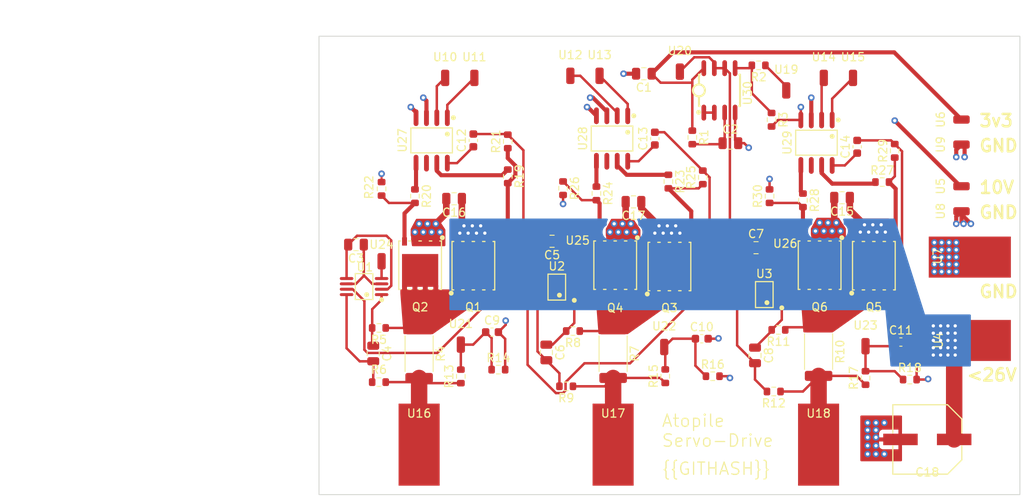
<source format=kicad_pcb>
(kicad_pcb (version 20221018) (generator pcbnew)
  (layers (0 "F.Cu" signal) (1 "In1.Cu" signal) (2 "In2.Cu" signal) (31 "B.Cu" signal) (34 "B.Paste" user) (35 "F.Paste" user) (36 "B.SilkS" user "B.Silkscreen") (37 "F.SilkS" user "F.Silkscreen") (38 "B.Mask" user) (39 "F.Mask" user) (44 "Edge.Cuts" user))
  (net 0 "")
  (net 1 "22")
  (net 2 "16")
  (net 3 "21")
  (net 4 "20")
  (net 5 "79")
  (net 6 "5")
  (net 7 "4")
  (net 8 "11")
  (net 9 "10")
  (net 10 "3")
  (net 11 "67")
  (net 12 "64")
  (net 13 "9")
  (net 14 "8")
  (net 15 "50")
  (net 16 "48")
  (net 17 "7")
  (net 18 "6")
  (net 19 "30")
  (net 20 "69")
  (net 21 "52")
  (net 22 "2")
  (net 23 "65")
  (net 24 "47")
  (net 25 "33")
  (net 26 "35")
  (net 27 "31")
  (net 28 "14")
  (net 29 "13")
  (net 30 "12")
  (net 31 "19")
  (net 32 "18")
  (net 33 "17")
  (net 34 "15")
  (net 35 "114")
  (net 36 "111")
  (net 37 "110")
  (net 38 "115")
  (net 39 "92")
  (net 40 "89")
  (net 41 "88")
  (net 42 "93")
  (net 43 "103")
  (net 44 "100")
  (net 45 "99")
  (net 46 "104")
  (net 47 "78")
  (net 48 "77")
  (net 49 "62")
  (net 50 "63")
  (net 51 "45")
  (net 52 "46")
  (net 53 "28")
  (net 54 "29")
  (net 55 "59")
  (net 56 "42")
  (net 57 "25")
  (footprint "Resistor_SMD:R_0603_1608Metric" (layer "F.Cu") (at 132.588 66.993 90)
    (fp_text reference "R25")
    (fp_text value "10kOhm")
  )
  (footprint "Resistor_SMD:R_0603_1608Metric" (layer "F.Cu") (at 140.716 69.279 90)
    (fp_text reference "R30")
    (fp_text value "10kOhm")
  )
  (footprint "Connector_Wire:SolderWirePad_1x01_SMD_5x10mm" (layer "F.Cu") (at 146.685 99.568)
    (fp_text reference "U18")
    (fp_text value "")
  )
  (footprint "Resistor_SMD:R_0603_1608Metric" (layer "F.Cu") (at 115.57 68.311 -90)
    (fp_text reference "R26")
    (fp_text value "10kOhm")
  )
  (footprint "Capacitor_SMD:C_0603_1608Metric" (layer "F.Cu") (at 126.746 62.265 90)
    (fp_text reference "C13")
    (fp_text value "0.1uF")
  )
  (footprint "lib:SOIC-8_L4.9-W3.9-P1.27-LS6.0-BL" (layer "F.Cu") (at 146.426 62.762 180)
    (fp_text reference "U29")
    (fp_text value "")
  )
  (footprint "Resistor_SMD:R_0603_1608Metric" (layer "F.Cu") (at 140.96 59.965 -90)
    (fp_text reference "R3")
    (fp_text value "10kOhm")
  )
  (footprint "Capacitor_SMD:C_0603_1608Metric" (layer "F.Cu") (at 132.462 86.654)
    (fp_text reference "C10")
    (fp_text value "2nF")
  )
  (footprint "Resistor_SMD:R_0603_1608Metric" (layer "F.Cu") (at 93.149 85.344 180)
    (fp_text reference "R5")
    (fp_text value "10ohm")
  )
  (footprint "Resistor_SMD:R_0603_1608Metric" (layer "F.Cu") (at 128.016 91.226 90)
    (fp_text reference "R15")
    (fp_text value "10kOhm")
  )
  (footprint "lib:SOIC-8_L5.0-W4.0-P1.27-LS6.0-BL" (layer "F.Cu") (at 134.62 56.388)
    (fp_text reference "U30")
    (fp_text value "")
  )
  (footprint "Connector_Wire:SolderWirePad_1x01_SMD_1x2mm" (layer "F.Cu") (at 142.748 56.388)
    (fp_text reference "U19")
    (fp_text value "")
  )
  (footprint "Connector_Wire:SolderWirePad_1x01_SMD_5x10mm" (layer "F.Cu") (at 165.1 76.708 90)
    (fp_text reference "U7")
    (fp_text value "")
  )
  (footprint "Resistor_SMD:R_0603_1608Metric" (layer "F.Cu") (at 144.78 69.787 -90)
    (fp_text reference "R28")
    (fp_text value "25ohm")
  )
  (footprint "Resistor_SMD:R_0603_1608Metric" (layer "F.Cu") (at 108.839 62.611 90)
    (fp_text reference "R21")
    (fp_text value "10kOhm")
  )
  (footprint "Resistor_SMD:R_0603_1608Metric" (layer "F.Cu") (at 93.149 91.948 180)
    (fp_text reference "R6")
    (fp_text value "10ohm")
  )
  (footprint "Resistor_SMD:R_0603_1608Metric" (layer "F.Cu") (at 119.634 68.945 -90)
    (fp_text reference "R24")
    (fp_text value "25ohm")
  )
  (footprint "Connector_Wire:SolderWirePad_1x01_SMD_5x10mm" (layer "F.Cu") (at 98.044 99.568)
    (fp_text reference "U16")
    (fp_text value "")
  )
  (footprint "Capacitor_SMD:C_0805_2012Metric" (layer "F.Cu") (at 113.538 88.331 -90)
    (fp_text reference "C6")
    (fp_text value "1uF")
  )
  (footprint "Resistor_SMD:R_0603_1608Metric" (layer "F.Cu") (at 128.397 67.501 -90)
    (fp_text reference "R23")
    (fp_text value "25ohm")
  )
  (footprint "lib:VSSOP-8_L3.0-W3.0-P0.65-LS5.0-BL" (layer "F.Cu") (at 140.076 81.28 90)
    (fp_text reference "U3")
    (fp_text value "")
  )
  (footprint "Resistor_SMD:R_0603_1608Metric" (layer "F.Cu") (at 157.797 91.632)
    (fp_text reference "R18")
    (fp_text value "1kOhm")
  )
  (footprint "lib:VSSOP-8_L3.0-W3.0-P0.65-LS5.0-BL" (layer "F.Cu") (at 114.808 80.366 90)
    (fp_text reference "U2")
    (fp_text value "")
  )
  (footprint "Capacitor_SMD:C_0805_2012Metric" (layer "F.Cu") (at 102.301 69.596 180)
    (fp_text reference "C16")
    (fp_text value "4.7uF")
  )
  (footprint "lib:SOIC-8_L4.9-W3.9-P1.27-LS6.0-BL" (layer "F.Cu") (at 121.534 62.254 180)
    (fp_text reference "U28")
    (fp_text value "")
  )
  (footprint "Resistor_SMD:R_0603_1608Metric" (layer "F.Cu") (at 97.536 69.279 -90)
    (fp_text reference "R20")
    (fp_text value "25ohm")
  )
  (footprint "Connector_Wire:SolderWirePad_1x01_SMD_1x2mm" (layer "F.Cu") (at 103.124 87.376)
    (fp_text reference "U21")
    (fp_text value "")
  )
  (footprint "lib:DFN-8_L5.9-W5.2-P1.27-LS6.2-BL" (layer "F.Cu") (at 104.648 77.724)
    (fp_text reference "Q1")
    (fp_text value "")
  )
  (footprint "Connector_Wire:SolderWirePad_1x01_SMD_1x2mm" (layer "F.Cu") (at 142.626 77.596)
    (fp_text reference "U26")
    (fp_text value "")
  )
  (footprint "Resistor_SMD:R_0603_1608Metric" (layer "F.Cu") (at 154.432 67.564)
    (fp_text reference "R27")
    (fp_text value "25ohm")
  )
  (footprint "Connector_Wire:SolderWirePad_1x01_SMD_1x2mm" (layer "F.Cu") (at 117.348 77.216)
    (fp_text reference "U25")
    (fp_text value "")
  )
  (footprint "lib:DFN-8_L5.9-W5.2-P1.27-LS6.2-BL" (layer "F.Cu") (at 98.166 77.724 180)
    (fp_text reference "Q2")
    (fp_text value "")
  )
  (footprint "Resistor_SMD:R_2512_6332Metric" (layer "F.Cu") (at 121.667 88.4775 -90)
    (fp_text reference "R7")
    (fp_text value "1mOhm")
  )
  (footprint "Capacitor_SMD:C_0603_1608Metric" (layer "F.Cu") (at 104.648 62.484 90)
    (fp_text reference "C12")
    (fp_text value "0.1uF")
  )
  (footprint "lib:CAP-SMD_BD8.0-L8.3-W8.3-FD" (layer "F.Cu") (at 159.925 98.933 180)
    (fp_text reference "C18")
    (fp_text value "100uF")
  )
  (footprint "Connector_Wire:SolderWirePad_1x01_SMD_1x2mm" (layer "F.Cu") (at 101.214 54.864)
    (fp_text reference "U10")
    (fp_text value "")
  )
  (footprint "Resistor_SMD:R_0603_1608Metric" (layer "F.Cu") (at 115.951 92.456 180)
    (fp_text reference "R9")
    (fp_text value "10ohm")
  )
  (footprint "Resistor_SMD:R_0603_1608Metric" (layer "F.Cu") (at 93.472 68.389 90)
    (fp_text reference "R22")
    (fp_text value "10kOhm")
  )
  (footprint "Connector_Wire:SolderWirePad_1x01_SMD_1x2mm" (layer "F.Cu") (at 147.32 54.864)
    (fp_text reference "U14")
    (fp_text value "")
  )
  (footprint "Resistor_SMD:R_0603_1608Metric" (layer "F.Cu") (at 116.777 85.725 180)
    (fp_text reference "R8")
    (fp_text value "10ohm")
  )
  (footprint "Resistor_SMD:R_0603_1608Metric" (layer "F.Cu") (at 108.839 66.866 -90)
    (fp_text reference "R19")
    (fp_text value "25ohm")
  )
  (footprint "Connector_Wire:SolderWirePad_1x01_SMD_5x10mm" (layer "F.Cu") (at 121.666 99.568)
    (fp_text reference "U17")
    (fp_text value "")
  )
  (footprint "lib:SOIC-8_L4.9-W3.9-P1.27-LS6.0-BL" (layer "F.Cu") (at 99.568 62.484 180)
    (fp_text reference "U27")
    (fp_text value "")
  )
  (footprint "Resistor_SMD:R_0603_1608Metric" (layer "F.Cu") (at 141.8 85.577 180)
    (fp_text reference "R11")
    (fp_text value "10ohm")
  )
  (footprint "Capacitor_SMD:C_0805_2012Metric" (layer "F.Cu") (at 125.41 54.356 180)
    (fp_text reference "C1")
    (fp_text value "1uF")
  )
  (footprint "lib:DFN-8_L5.9-W5.2-P1.27-LS6.2-BL" (layer "F.Cu") (at 121.92 77.724 180)
    (fp_text reference "Q4")
    (fp_text value "")
  )
  (footprint "Resistor_SMD:R_2512_6332Metric" (layer "F.Cu") (at 98.044 88.4775 -90)
    (fp_text reference "R4")
    (fp_text value "1mOhm")
  )
  (footprint "Resistor_SMD:R_2512_6332Metric" (layer "F.Cu") (at 146.685 88.2235 -90)
    (fp_text reference "R10")
    (fp_text value "1mOhm")
  )
  (footprint "Capacitor_SMD:C_0805_2012Metric" (layer "F.Cu") (at 114.234 74.778 180)
    (fp_text reference "C5")
    (fp_text value "1uF")
  )
  (footprint "Connector_Wire:SolderWirePad_1x01_SMD_1x2mm" (layer "F.Cu") (at 104.77 54.864)
    (fp_text reference "U11")
    (fp_text value "")
  )
  (footprint "Resistor_SMD:R_0603_1608Metric" (layer "F.Cu") (at 155.956 63.754 90)
    (fp_text reference "R29")
    (fp_text value "10kOhm")
  )
  (footprint "Connector_Wire:SolderWirePad_1x01_SMD_1x2mm" (layer "F.Cu") (at 116.459 54.61)
    (fp_text reference "U12")
    (fp_text value "")
  )
  (footprint "Connector_Wire:SolderWirePad_1x01_SMD_1x2mm" (layer "F.Cu") (at 152.4 87.568)
    (fp_text reference "U23")
    (fp_text value "")
  )
  (footprint "Connector_Wire:SolderWirePad_1x01_SMD_1x2mm" (layer "F.Cu") (at 164.084 71.12 90)
    (fp_text reference "U8")
    (fp_text value "")
  )
  (footprint "Connector_Wire:SolderWirePad_1x01_SMD_1x2mm" (layer "F.Cu") (at 93.472 77.216 180)
    (fp_text reference "U24")
    (fp_text value "")
  )
  (footprint "Connector_Wire:SolderWirePad_1x01_SMD_1x2mm" (layer "F.Cu") (at 127.89 87.67)
    (fp_text reference "U22")
    (fp_text value "")
  )
  (footprint "Resistor_SMD:R_0603_1608Metric" (layer "F.Cu") (at 133.795 91.226)
    (fp_text reference "R16")
    (fp_text value "1kOhm")
  )
  (footprint "Resistor_SMD:R_0603_1608Metric" (layer "F.Cu") (at 141.224 93.091 180)
    (fp_text reference "R12")
    (fp_text value "10ohm")
  )
  (footprint "Resistor_SMD:R_0603_1608Metric" (layer "F.Cu") (at 107.696 90.424)
    (fp_text reference "R14")
    (fp_text value "1kOhm")
  )
  (footprint "Resistor_SMD:R_0603_1608Metric" (layer "F.Cu") (at 103.124 91.249 90)
    (fp_text reference "R13")
    (fp_text value "10kOhm")
  )
  (footprint "lib:DFN-8_L5.9-W5.2-P1.27-LS6.2-BL" (layer "F.Cu") (at 146.812 77.724 180)
    (fp_text reference "Q6")
    (fp_text value "")
  )
  (footprint "Connector_Wire:SolderWirePad_1x01_SMD_5x10mm" (layer "F.Cu") (at 165.1 86.868 90)
    (fp_text reference "U4")
    (fp_text value "")
  )
  (footprint "Capacitor_SMD:C_0805_2012Metric" (layer "F.Cu") (at 90.358 75.184 180)
    (fp_text reference "C3")
    (fp_text value "1uF")
  )
  (footprint "Resistor_SMD:R_0603_1608Metric" (layer "F.Cu") (at 131.308 62.123 -90)
    (fp_text reference "R1")
    (fp_text value "10kOhm")
  )
  (footprint "Connector_Wire:SolderWirePad_1x01_SMD_1x2mm" (layer "F.Cu") (at 120.015 54.61)
    (fp_text reference "U13")
    (fp_text value "")
  )
  (footprint "Capacitor_SMD:C_0603_1608Metric" (layer "F.Cu") (at 106.921 85.852)
    (fp_text reference "C9")
    (fp_text value "2nF")
  )
  (footprint "Connector_Wire:SolderWirePad_1x01_SMD_1x2mm" (layer "F.Cu") (at 164.084 62.992 90)
    (fp_text reference "U9")
    (fp_text value "")
  )
  (footprint "Capacitor_SMD:C_0805_2012Metric" (layer "F.Cu") (at 124.145 69.977 180)
    (fp_text reference "C17")
    (fp_text value "4.7uF")
  )
  (footprint "Connector_Wire:SolderWirePad_1x01_SMD_1x2mm" (layer "F.Cu") (at 129.794 54.102)
    (fp_text reference "U20")
    (fp_text value "")
  )
  (footprint "Capacitor_SMD:C_0805_2012Metric" (layer "F.Cu") (at 149.54 69.469 180)
    (fp_text reference "C15")
    (fp_text value "4.7uF")
  )
  (footprint "Resistor_SMD:R_0603_1608Metric" (layer "F.Cu") (at 152.4 91.441 90)
    (fp_text reference "R17")
    (fp_text value "10kOhm")
  )
  (footprint "Capacitor_SMD:C_0805_2012Metric" (layer "F.Cu") (at 92.456 88.458 -90)
    (fp_text reference "C4")
    (fp_text value "1uF")
  )
  (footprint "Capacitor_SMD:C_0603_1608Metric" (layer "F.Cu") (at 151.384 63.259 90)
    (fp_text reference "C14")
    (fp_text value "0.1uF")
  )
  (footprint "Capacitor_SMD:C_0805_2012Metric" (layer "F.Cu") (at 135.946 62.822)
    (fp_text reference "C2")
    (fp_text value "1uF")
  )
  (footprint "lib:DFN-8_L5.9-W5.2-P1.27-LS6.2-BL" (layer "F.Cu") (at 153.416 77.724)
    (fp_text reference "Q5")
    (fp_text value "")
  )
  (footprint "Connector_Wire:SolderWirePad_1x01_SMD_1x2mm" (layer "F.Cu") (at 164.084 68.072 90)
    (fp_text reference "U5")
    (fp_text value "")
  )
  (footprint "lib:VSSOP-8_L3.0-W3.0-P0.65-LS5.0-BL" (layer "F.Cu") (at 91.342 80.3 90)
    (fp_text reference "U1")
    (fp_text value "")
  )
  (footprint "Capacitor_SMD:C_0805_2012Metric" (layer "F.Cu") (at 138.943 88.691 -90)
    (fp_text reference "C8")
    (fp_text value "1uF")
  )
  (footprint "Connector_Wire:SolderWirePad_1x01_SMD_1x2mm" (layer "F.Cu") (at 150.876 54.864)
    (fp_text reference "U15")
    (fp_text value "")
  )
  (footprint "Capacitor_SMD:C_0805_2012Metric" (layer "F.Cu") (at 139.07 75.564)
    (fp_text reference "C7")
    (fp_text value "1uF")
  )
  (footprint "Resistor_SMD:R_0603_1608Metric" (layer "F.Cu") (at 139.383 53.34 180)
    (fp_text reference "R2")
    (fp_text value "10kOhm")
  )
  (footprint "Connector_Wire:SolderWirePad_1x01_SMD_1x2mm" (layer "F.Cu") (at 164.084 59.944 90)
    (fp_text reference "U6")
    (fp_text value "")
  )
  (footprint "lib:DFN-8_L5.9-W5.2-P1.27-LS6.2-BL" (layer "F.Cu") (at 128.524 77.826)
    (fp_text reference "Q3")
    (fp_text value "")
  )
  (footprint "Capacitor_SMD:C_0603_1608Metric" (layer "F.Cu") (at 156.705 87.06)
    (fp_text reference "C11")
    (fp_text value "2nF")
  )
  (gr_rect (start 85.852 49.784) (end 171.196 105.664) (stroke (width 0.1)) (fill none) (layer "Edge.Cuts"))
  (gr_text "GND" (at 166.116 81.788) (layer "F.SilkS") (effects (font (size 1.5 1.5) (thickness 0.3) bold) (justify left bottom)))
  (gr_text "10V" (at 166.116 69.088) (layer "F.SilkS") (effects (font (size 1.5 1.5) (thickness 0.3) bold) (justify left bottom)))
  (gr_text "{{GITHASH}}" (at 127.508 103.378) (layer "F.SilkS") (effects (font (size 1.5 1.5)) (justify left bottom)))
  (gr_text "Atopile\nServo-Drive" (at 127.508 99.949) (layer "F.SilkS") (effects (font (size 1.5 1.5)) (justify left bottom)))
  (gr_text "<26V" (at 164.592 91.948) (layer "F.SilkS") (effects (font (size 1.5 1.5) (thickness 0.3) bold) (justify left bottom)))
  (gr_text "3v3" (at 166.116 60.96) (layer "F.SilkS") (effects (font (size 1.5 1.5) (thickness 0.3) bold) (justify left bottom)))
  (gr_text "GND" (at 166.116 64.008) (layer "F.SilkS") (effects (font (size 1.5 1.5) (thickness 0.3) bold) (justify left bottom)))
  (gr_text "GND" (at 166.116 72.136) (layer "F.SilkS") (effects (font (size 1.5 1.5) (thickness 0.3) bold) (justify left bottom)))
  (segment (start 142.626 79.88) (end 142.206 80.3) (width 0.3) (layer "F.Cu") (net 1))
  (segment (start 142.626 77.596) (end 142.626 79.88) (width 0.3) (layer "F.Cu") (net 1))
  (segment (start 114.698183 93.281) (end 111.252 89.834817) (width 0.3) (layer "F.Cu") (net 2))
  (segment (start 89.951533 80.62) (end 91.381 82.049467) (width 0.3) (layer "F.Cu") (net 2))
  (segment (start 91.766472 88.392) (end 100.259472 88.392) (width 0.3) (layer "F.Cu") (net 2))
  (segment (start 115.553817 93.281) (end 114.698183 93.281) (width 0.3) (layer "F.Cu") (net 2))
  (segment (start 131.543 52.353) (end 133.355 52.353) (width 0.3) (layer "F.Cu") (net 2))
  (segment (start 115.876 92.958817) (end 115.553817 93.281) (width 0.3) (layer "F.Cu") (net 2))
  (segment (start 123.728212 89.648894) (end 118.180289 89.648894) (width 0.3) (layer "F.Cu") (net 2))
  (segment (start 136.758894 81.6) (end 137.946 81.6) (width 0.3) (layer "F.Cu") (net 2))
  (segment (start 135.885 54.313) (end 135.885 80.726106) (width 0.3) (layer "F.Cu") (net 2))
  (segment (start 135.885 80.726106) (end 136.758894 81.6) (width 0.3) (layer "F.Cu") (net 2))
  (segment (start 89.212 80.62) (end 89.951533 80.62) (width 0.3) (layer "F.Cu") (net 2))
  (segment (start 133.99 53.678) (end 135.25 53.678) (width 0.3) (layer "F.Cu") (net 2))
  (segment (start 133.355 52.353) (end 133.99 52.988) (width 0.3) (layer "F.Cu") (net 2))
  (segment (start 111.252 89.834817) (end 111.252 80.899) (width 0.3) (layer "F.Cu") (net 2))
  (segment (start 133.99 52.988) (end 133.99 53.678) (width 0.3) (layer "F.Cu") (net 2))
  (segment (start 91.381 82.049467) (end 91.381 88.006528) (width 0.3) (layer "F.Cu") (net 2))
  (segment (start 129.794 54.102) (end 131.543 52.353) (width 0.3) (layer "F.Cu") (net 2))
  (segment (start 111.252 80.899) (end 111.465 80.686) (width 0.3) (layer "F.Cu") (net 2))
  (segment (start 111.548 80.686) (end 112.678 80.686) (width 0.3) (layer "F.Cu") (net 2))
  (segment (start 115.876 91.953183) (end 115.876 92.958817) (width 0.3) (layer "F.Cu") (net 2))
  (segment (start 106.101472 82.55) (end 109.684 82.55) (width 0.3) (layer "F.Cu") (net 2))
  (segment (start 137.946 81.6) (end 131.777106 81.6) (width 0.3) (layer "F.Cu") (net 2))
  (segment (start 109.684 82.55) (end 111.548 80.686) (width 0.3) (layer "F.Cu") (net 2))
  (segment (start 131.777106 81.6) (end 123.728212 89.648894) (width 0.3) (layer "F.Cu") (net 2))
  (segment (start 91.381 88.006528) (end 91.766472 88.392) (width 0.3) (layer "F.Cu") (net 2))
  (segment (start 100.259472 88.392) (end 106.101472 82.55) (width 0.3) (layer "F.Cu") (net 2))
  (segment (start 111.465 80.686) (end 112.678 80.686) (width 0.3) (layer "F.Cu") (net 2))
  (segment (start 135.25 53.678) (end 135.885 54.313) (width 0.3) (layer "F.Cu") (net 2))
  (segment (start 118.180289 89.648894) (end 115.876 91.953183) (width 0.3) (layer "F.Cu") (net 2))
  (segment (start 117.348 77.216) (end 117.348 78.976) (width 0.3) (layer "F.Cu") (net 3))
  (segment (start 117.348 78.976) (end 116.938 79.386) (width 0.3) (layer "F.Cu") (net 3))
  (segment (start 93.472 79.32) (end 93.472 77.216) (width 0.3) (layer "F.Cu") (net 4))
  (segment (start 138.558 53.34) (end 138.558 56.738) (width 0.3) (layer "F.Cu") (net 5))
  (segment (start 136.52 53.678) (end 138.22 53.678) (width 0.3) (layer "F.Cu") (net 5))
  (segment (start 138.558 56.738) (end 140.96 59.14) (width 0.3) (layer "F.Cu") (net 5))
  (segment (start 138.22 53.678) (end 138.558 53.34) (width 0.3) (layer "F.Cu") (net 5))
  (segment (start 108.521 86.677) (end 108.521 90.424) (width 0.3) (layer "F.Cu") (net 6))
  (segment (start 140.716 68.454) (end 140.716 67.183) (width 0.3) (layer "F.Cu") (net 6))
  (segment (start 134.453 86.654) (end 134.493 86.614) (width 0.3) (layer "F.Cu") (net 6))
  (segment (start 101.351 71.369) (end 100.076 72.644) (width 0.8) (layer "F.Cu") (net 6))
  (segment (start 164.084 71.12) (end 164.084 71.501) (width 0.5) (layer "F.Cu") (net 6))
  (segment (start 163.449 64.516) (end 163.449 63.627) (width 0.5) (layer "F.Cu") (net 6))
  (segment (start 136.52 59.098) (end 136.52 62.446) (width 0.3) (layer "F.Cu") (net 6))
  (segment (start 97.668 59.714) (end 97.668 59.06) (width 0.25) (layer "F.Cu") (net 6))
  (segment (start 135.676 91.226) (end 135.89 91.44) (width 0.3) (layer "F.Cu") (net 6))
  (segment (start 164.084 72.39) (end 164.338 72.644) (width 0.5) (layer "F.Cu") (net 6))
  (segment (start 93.472 67.564) (end 93.472 66.548) (width 0.25) (layer "F.Cu") (net 6))
  (segment (start 107.696 85.852) (end 108.521 86.677) (width 0.3) (layer "F.Cu") (net 6))
  (segment (start 141.758 59.992) (end 144.526 59.992) (width 0.3) (layer "F.Cu") (net 6))
  (segment (start 101.351 69.596) (end 101.351 71.369) (width 0.8) (layer "F.Cu") (net 6))
  (segment (start 164.465 64.516) (end 164.465 63.373) (width 0.5) (layer "F.Cu") (net 6))
  (segment (start 159.955 91.632) (end 160.02 91.567) (width 0.3) (layer "F.Cu") (net 6))
  (segment (start 134.62 91.226) (end 135.676 91.226) (width 0.3) (layer "F.Cu") (net 6))
  (segment (start 137.625 62.822) (end 138.176 63.373) (width 0.3) (layer "F.Cu") (net 6))
  (segment (start 163.449 71.755) (end 164.084 71.12) (width 0.5) (layer "F.Cu") (net 6))
  (segment (start 123.195 69.977) (end 123.195 72.258) (width 0.8) (layer "F.Cu") (net 6))
  (segment (start 97.668 59.06) (end 97.028 58.42) (width 0.5) (layer "F.Cu") (net 6))
  (segment (start 136.52 62.446) (end 136.896 62.822) (width 0.3) (layer "F.Cu") (net 6))
  (segment (start 164.465 63.373) (end 164.084 62.992) (width 0.5) (layer "F.Cu") (net 6))
  (segment (start 118.491 58.42) (end 118.57 58.42) (width 0.5) (layer "F.Cu") (net 6))
  (segment (start 122.936 54.356) (end 124.46 54.356) (width 0.5) (layer "F.Cu") (net 6))
  (segment (start 164.084 71.12) (end 164.084 72.39) (width 0.5) (layer "F.Cu") (net 6))
  (segment (start 164.084 71.501) (end 165.227 72.644) (width 0.5) (layer "F.Cu") (net 6))
  (segment (start 136.896 62.822) (end 137.625 62.822) (width 0.3) (layer "F.Cu") (net 6))
  (segment (start 163.449 63.627) (end 164.084 62.992) (width 0.5) (layer "F.Cu") (net 6))
  (segment (start 148.59 69.469) (end 148.59 72.263) (width 0.8) (layer "F.Cu") (net 6))
  (segment (start 163.449 72.644) (end 163.449 71.755) (width 0.5) (layer "F.Cu") (net 6))
  (segment (start 158.622 91.632) (end 159.955 91.632) (width 0.3) (layer "F.Cu") (net 6))
  (segment (start 123.195 72.258) (end 122.809 72.644) (width 0.8) (layer "F.Cu") (net 6))
  (segment (start 158.622 88.202) (end 157.48 87.06) (width 0.3) (layer "F.Cu") (net 6))
  (segment (start 115.57 69.136) (end 115.57 70.231) (width 0.3) (layer "F.Cu") (net 6))
  (segment (start 108.585 84.455) (end 108.585 84.963) (width 0.3) (layer "F.Cu") (net 6))
  (segment (start 144.526 59.992) (end 144.526 58.42) (width 0.3) (layer "F.Cu") (net 6))
  (segment (start 148.59 72.263) (end 148.844 72.517) (width 0.8) (layer "F.Cu") (net 6))
  (segment (start 158.622 91.632) (end 158.622 88.202) (width 0.3) (layer "F.Cu") (net 6))
  (segment (start 140.96 60.79) (end 141.758 59.992) (width 0.3) (layer "F.Cu") (net 6))
  (segment (start 118.57 58.42) (end 119.634 59.484) (width 0.5) (layer "F.Cu") (net 6))
  (segment (start 108.585 84.963) (end 107.696 85.852) (width 0.3) (layer "F.Cu") (net 6))
  (segment (start 133.237 86.654) (end 134.453 86.654) (width 0.3) (layer "F.Cu") (net 6))
  (via (at 93.472 66.548) (size 0.8) (drill 0.4) (layers "F.Cu" "B.Cu") (net 6))
  (via (at 160.782 76.708) (size 0.8) (drill 0.4) (layers "F.Cu" "B.Cu") (net 6))
  (via (at 152.654 98.679) (size 0.8) (drill 0.4) (layers "F.Cu" "B.Cu") (net 6))
  (via (at 98.552 73.66) (size 0.8) (drill 0.4) (layers "F.Cu" "B.Cu") (net 6))
  (via (at 135.89 91.44) (size 0.8) (drill 0.4) (layers "F.Cu" "B.Cu") (net 6))
  (via (at 100.076 72.644) (size 0.8) (drill 0.4) (layers "F.Cu" "B.Cu") (net 6))
  (via (at 144.526 58.42) (size 0.8) (drill 0.4) (layers "F.Cu" "B.Cu") (net 6))
  (via (at 148.844 72.517) (size 0.8) (drill 0.4) (layers "F.Cu" "B.Cu") (net 6))
  (via (at 124.333 73.66) (size 0.8) (drill 0.4) (layers "F.Cu" "B.Cu") (net 6))
  (via (at 153.67 99.695) (size 0.8) (drill 0.4) (layers "F.Cu" "B.Cu") (net 6))
  (via (at 98.044 72.644) (size 0.8) (drill 0.4) (layers "F.Cu" "B.Cu") (net 6))
  (via (at 148.336 73.533) (size 0.8) (drill 0.4) (layers "F.Cu" "B.Cu") (net 6))
  (via (at 162.56 74.93) (size 0.8) (drill 0.4) (layers "F.Cu" "B.Cu") (net 6))
  (via (at 153.67 98.679) (size 0.8) (drill 0.4) (layers "F.Cu" "B.Cu") (net 6))
  (via (at 153.67 96.901) (size 0.8) (drill 0.4) (layers "F.Cu" "B.Cu") (net 6))
  (via (at 160.782 77.597) (size 0.8) (drill 0.4) (layers "F.Cu" "B.Cu") (net 6))
  (via (at 160.782 78.486) (size 0.8) (drill 0.4) (layers "F.Cu" "B.Cu") (net 6))
  (via (at 97.028 58.42) (size 0.8) (drill 0.4) (layers "F.Cu" "B.Cu") (net 6))
  (via (at 163.449 78.486) (size 0.8) (drill 0.4) (layers "F.Cu" "B.Cu") (net 6))
  (via (at 164.338 72.644) (size 0.8) (drill 0.4) (layers "F.Cu" "B.Cu") (net 6))
  (via (at 122.809 72.644) (size 0.8) (drill 0.4) (layers "F.Cu" "B.Cu") (net 6))
  (via (at 118.491 58.42) (size 0.8) (drill 0.4) (layers "F.Cu" "B.Cu") (net 6))
  (via (at 164.465 64.516) (size 0.8) (drill 0.4) (layers "F.Cu" "B.Cu") (net 6))
  (via (at 108.585 84.455) (size 0.8) (drill 0.4) (layers "F.Cu" "B.Cu") (net 6))
  (via (at 123.317 73.66) (size 0.8) (drill 0.4) (layers "F.Cu" "B.Cu") (net 6))
  (via (at 160.02 91.567) (size 0.8) (drill 0.4) (layers "F.Cu" "B.Cu") (net 6))
  (via (at 163.449 75.819) (size 0.8) (drill 0.4) (layers "F.Cu" "B.Cu") (net 6))
  (via (at 122.936 54.356) (size 0.8) (drill 0.4) (layers "F.Cu" "B.Cu") (net 6))
  (via (at 154.686 96.901) (size 0.8) (drill 0.4) (layers "F.Cu" "B.Cu") (net 6))
  (via (at 121.285 73.66) (size 0.8) (drill 0.4) (layers "F.Cu" "B.Cu") (net 6))
  (via (at 122.301 73.66) (size 0.8) (drill 0.4) (layers "F.Cu" "B.Cu") (net 6))
  (via (at 152.654 96.901) (size 0.8) (drill 0.4) (layers "F.Cu" "B.Cu") (net 6))
  (via (at 162.56 78.486) (size 0.8) (drill 0.4) (layers "F.Cu" "B.Cu") (net 6))
  (via (at 163.449 64.516) (size 0.8) (drill 0.4) (layers "F.Cu" "B.Cu") (net 6))
  (via (at 152.654 97.79) (size 0.8) (drill 0.4) (layers "F.Cu" "B.Cu") (net 6))
  (via (at 161.671 75.819) (size 0.8) (drill 0.4) (layers "F.Cu" "B.Cu") (net 6))
  (via (at 162.56 75.819) (size 0.8) (drill 0.4) (layers "F.Cu" "B.Cu") (net 6))
  (via (at 153.67 100.711) (size 0.8) (drill 0.4) (layers "F.Cu" "B.Cu") (net 6))
  (via (at 163.449 76.708) (size 0.8) (drill 0.4) (layers "F.Cu" "B.Cu") (net 6))
  (via (at 100.584 73.66) (size 0.8) (drill 0.4) (layers "F.Cu" "B.Cu") (net 6))
  (via (at 115.57 70.231) (size 0.8) (drill 0.4) (layers "F.Cu" "B.Cu") (net 6))
  (via (at 123.825 72.644) (size 0.8) (drill 0.4) (layers "F.Cu" "B.Cu") (net 6))
  (via (at 153.67 97.79) (size 0.8) (drill 0.4) (layers "F.Cu" "B.Cu") (net 6))
  (via (at 149.352 73.533) (size 0.8) (drill 0.4) (layers "F.Cu" "B.Cu") (net 6))
  (via (at 162.56 77.597) (size 0.8) (drill 0.4) (layers "F.Cu" "B.Cu") (net 6))
  (via (at 140.716 67.183) (size 0.8) (drill 0.4) (layers "F.Cu" "B.Cu") (net 6))
  (via (at 162.56 76.708) (size 0.8) (drill 0.4) (layers "F.Cu" "B.Cu") (net 6))
  (via (at 97.536 73.66) (size 0.8) (drill 0.4) (layers "F.Cu" "B.Cu") (net 6))
  (via (at 134.493 86.614) (size 0.8) (drill 0.4) (layers "F.Cu" "B.Cu") (net 6))
  (via (at 161.671 78.486) (size 0.8) (drill 0.4) (layers "F.Cu" "B.Cu") (net 6))
  (via (at 138.176 63.373) (size 0.8) (drill 0.4) (layers "F.Cu" "B.Cu") (net 6))
  (via (at 154.686 100.711) (size 0.8) (drill 0.4) (layers "F.Cu" "B.Cu") (net 6))
  (via (at 163.449 74.93) (size 0.8) (drill 0.4) (layers "F.Cu" "B.Cu") (net 6))
  (via (at 160.782 74.93) (size 0.8) (drill 0.4) (layers "F.Cu" "B.Cu") (net 6))
  (via (at 99.568 73.66) (size 0.8) (drill 0.4) (layers "F.Cu" "B.Cu") (net 6))
  (via (at 160.782 75.819) (size 0.8) (drill 0.4) (layers "F.Cu" "B.Cu") (net 6))
  (via (at 163.449 77.597) (size 0.8) (drill 0.4) (layers "F.Cu" "B.Cu") (net 6))
  (via (at 163.449 72.644) (size 0.8) (drill 0.4) (layers "F.Cu" "B.Cu") (net 6))
  (via (at 147.828 72.517) (size 0.8) (drill 0.4) (layers "F.Cu" "B.Cu") (net 6))
  (via (at 161.671 74.93) (size 0.8) (drill 0.4) (layers "F.Cu" "B.Cu") (net 6))
  (via (at 147.32 73.533) (size 0.8) (drill 0.4) (layers "F.Cu" "B.Cu") (net 6))
  (via (at 152.654 99.695) (size 0.8) (drill 0.4) (layers "F.Cu" "B.Cu") (net 6))
  (via (at 161.671 76.708) (size 0.8) (drill 0.4) (layers "F.Cu" "B.Cu") (net 6))
  (via (at 146.304 73.533) (size 0.8) (drill 0.4) (layers "F.Cu" "B.Cu") (net 6))
  (via (at 152.654 100.711) (size 0.8) (drill 0.4) (layers "F.Cu" "B.Cu") (net 6))
  (via (at 99.06 72.644) (size 0.8) (drill 0.4) (layers "F.Cu" "B.Cu") (net 6))
  (via (at 161.671 77.597) (size 0.8) (drill 0.4) (layers "F.Cu" "B.Cu") (net 6))
  (via (at 121.793 72.644) (size 0.8) (drill 0.4) (layers "F.Cu" "B.Cu") (net 6))
  (via (at 165.227 72.644) (size 0.8) (drill 0.4) (layers "F.Cu" "B.Cu") (net 6))
  (via (at 146.812 72.517) (size 0.8) (drill 0.4) (layers "F.Cu" "B.Cu") (net 6))
  (segment (start 155.893 51.753) (end 128.963 51.753) (width 0.5) (layer "F.Cu") (net 7))
  (segment (start 127.456 55.452) (end 131.228 55.452) (width 0.3) (layer "F.Cu") (net 7))
  (segment (start 128.963 51.753) (end 126.36 54.356) (width 0.5) (layer "F.Cu") (net 7))
  (segment (start 164.084 59.944) (end 155.893 51.753) (width 0.5) (layer "F.Cu") (net 7))
  (segment (start 131.308 55.08) (end 132.71 53.678) (width 0.3) (layer "F.Cu") (net 7))
  (segment (start 126.36 54.356) (end 127.456 55.452) (width 0.3) (layer "F.Cu") (net 7))
  (segment (start 131.308 61.298) (end 131.308 55.372) (width 0.3) (layer "F.Cu") (net 7))
  (segment (start 131.228 55.452) (end 131.308 55.372) (width 0.3) (layer "F.Cu") (net 7))
  (segment (start 131.308 55.372) (end 131.308 55.08) (width 0.3) (layer "F.Cu") (net 7))
  (segment (start 150.876 54.864) (end 148.336 57.404) (width 0.3) (layer "F.Cu") (net 8))
  (segment (start 148.336 57.404) (end 148.336 59.992) (width 0.3) (layer "F.Cu") (net 8))
  (segment (start 147.056 55.128) (end 147.056 59.992) (width 0.3) (layer "F.Cu") (net 9))
  (segment (start 147.32 54.864) (end 147.056 55.128) (width 0.3) (layer "F.Cu") (net 9))
  (segment (start 98.938 57.663) (end 98.552 57.277) (width 0.5) (layer "F.Cu") (net 10))
  (segment (start 119.210589 57.277) (end 118.872 57.277) (width 0.5) (layer "F.Cu") (net 10))
  (segment (start 98.938 59.714) (end 98.938 57.663) (width 0.5) (layer "F.Cu") (net 10))
  (segment (start 145.796 59.992) (end 145.796 57.277) (width 0.5) (layer "F.Cu") (net 10))
  (segment (start 163.957 68.072) (end 155.956 60.071) (width 0.5) (layer "F.Cu") (net 10))
  (segment (start 120.904 59.484) (end 120.904 58.970411) (width 0.5) (layer "F.Cu") (net 10))
  (segment (start 164.084 68.072) (end 163.957 68.072) (width 0.5) (layer "F.Cu") (net 10))
  (segment (start 120.904 58.970411) (end 119.210589 57.277) (width 0.5) (layer "F.Cu") (net 10))
  (via (at 118.872 57.277) (size 0.8) (drill 0.4) (layers "F.Cu" "B.Cu") (net 10))
  (via (at 155.956 60.071) (size 0.8) (drill 0.4) (layers "F.Cu" "B.Cu") (net 10))
  (via (at 145.796 57.277) (size 0.8) (drill 0.4) (layers "F.Cu" "B.Cu") (net 10))
  (via (at 98.552 57.277) (size 0.8) (drill 0.4) (layers "F.Cu" "B.Cu") (net 10))
  (segment (start 155.971 64.594) (end 155.971 66.85) (width 0.3) (layer "F.Cu") (net 11))
  (segment (start 156.071 68.378) (end 156.071 79.889) (width 0.5) (layer "F.Cu") (net 11))
  (segment (start 155.257 67.564) (end 156.071 68.378) (width 0.5) (layer "F.Cu") (net 11))
  (segment (start 156.071 79.889) (end 155.316 80.644) (width 0.5) (layer "F.Cu") (net 11))
  (segment (start 155.956 64.579) (end 155.971 64.594) (width 0.3) (layer "F.Cu") (net 11))
  (segment (start 155.971 66.85) (end 155.257 67.564) (width 0.3) (layer "F.Cu") (net 11))
  (segment (start 120.015 54.61) (end 123.444 58.039) (width 0.3) (layer "F.Cu") (net 13))
  (segment (start 123.444 58.039) (end 123.444 59.484) (width 0.3) (layer "F.Cu") (net 13))
  (segment (start 116.459 54.61) (end 117.672168 54.61) (width 0.3) (layer "F.Cu") (net 14))
  (segment (start 122.164 59.101832) (end 122.164 59.484) (width 0.3) (layer "F.Cu") (net 14))
  (segment (start 117.672168 54.61) (end 122.164 59.101832) (width 0.3) (layer "F.Cu") (net 14))
  (segment (start 131.179 79.991) (end 130.424 80.746) (width 0.5) (layer "F.Cu") (net 15))
  (segment (start 132.588 67.818) (end 132.08 68.326) (width 0.3) (layer "F.Cu") (net 15))
  (segment (start 128.397 68.326) (end 131.179 71.108) (width 0.5) (layer "F.Cu") (net 15))
  (segment (start 132.08 68.326) (end 128.397 68.326) (width 0.3) (layer "F.Cu") (net 15))
  (segment (start 131.179 71.108) (end 131.179 79.991) (width 0.5) (layer "F.Cu") (net 15))
  (segment (start 119.634 68.12) (end 119.634 65.024) (width 0.5) (layer "F.Cu") (net 16))
  (segment (start 101.478 58.156) (end 104.77 54.864) (width 0.3) (layer "F.Cu") (net 17))
  (segment (start 101.478 59.714) (end 101.478 58.156) (width 0.3) (layer "F.Cu") (net 17))
  (segment (start 100.198 55.88) (end 100.198 59.714) (width 0.3) (layer "F.Cu") (net 18))
  (segment (start 101.214 54.864) (end 100.198 55.88) (width 0.3) (layer "F.Cu") (net 18))
  (segment (start 144.78 70.612) (end 144.78 74.672) (width 0.5) (layer "F.Cu") (net 20))
  (segment (start 144.272 70.104) (end 144.78 70.612) (width 0.3) (layer "F.Cu") (net 20))
  (segment (start 144.78 74.672) (end 144.912 74.804) (width 0.5) (layer "F.Cu") (net 20))
  (segment (start 140.716 70.104) (end 144.272 70.104) (width 0.3) (layer "F.Cu") (net 20))
  (segment (start 120.02 70.156) (end 119.634 69.77) (width 0.5) (layer "F.Cu") (net 21))
  (segment (start 117.854 69.77) (end 115.57 67.486) (width 0.3) (layer "F.Cu") (net 21))
  (segment (start 119.634 69.77) (end 117.854 69.77) (width 0.3) (layer "F.Cu") (net 21))
  (segment (start 120.02 74.804) (end 120.02 70.156) (width 0.5) (layer "F.Cu") (net 21))
  (segment (start 125.095 69.977) (end 125.095 70.739) (width 0.8) (layer "F.Cu") (net 22))
  (segment (start 103.251 69.596) (end 103.251 72.644) (width 0.8) (layer "F.Cu") (net 22))
  (segment (start 150.49 69.469) (end 150.49 70.988) (width 0.8) (layer "F.Cu") (net 22))
  (segment (start 163.195 98.933) (end 163.195 88.773) (width 2) (layer "F.Cu") (net 22))
  (segment (start 163.195 88.773) (end 165.1 86.868) (width 2) (layer "F.Cu") (net 22))
  (segment (start 125.095 70.739) (end 127.254 72.898) (width 0.8) (layer "F.Cu") (net 22))
  (segment (start 150.49 70.988) (end 152.273 72.771) (width 0.8) (layer "F.Cu") (net 22))
  (segment (start 103.251 72.644) (end 103.505 72.898) (width 0.8) (layer "F.Cu") (net 22))
  (via (at 160.655 85.979) (size 0.8) (drill 0.4) (layers "F.Cu" "B.Cu") (net 22))
  (via (at 162.433 87.757) (size 0.8) (drill 0.4) (layers "F.Cu" "B.Cu") (net 22))
  (via (at 161.544 85.09) (size 0.8) (drill 0.4) (layers "F.Cu" "B.Cu") (net 22))
  (via (at 129.286 72.898) (size 0.8) (drill 0.4) (layers "F.Cu" "B.Cu") (net 22))
  (via (at 104.013 73.787) (size 0.8) (drill 0.4) (layers "F.Cu" "B.Cu") (net 22))
  (via (at 104.521 72.898) (size 0.8) (drill 0.4) (layers "F.Cu" "B.Cu") (net 22))
  (via (at 152.273 72.771) (size 0.8) (drill 0.4) (layers "F.Cu" "B.Cu") (net 22))
  (via (at 105.029 73.787) (size 0.8) (drill 0.4) (layers "F.Cu" "B.Cu") (net 22))
  (via (at 153.289 72.771) (size 0.8) (drill 0.4) (layers "F.Cu" "B.Cu") (net 22))
  (via (at 160.655 85.09) (size 0.8) (drill 0.4) (layers "F.Cu" "B.Cu") (net 22))
  (via (at 162.433 85.09) (size 0.8) (drill 0.4) (layers "F.Cu" "B.Cu") (net 22))
  (via (at 161.544 86.868) (size 0.8) (drill 0.4) (layers "F.Cu" "B.Cu") (net 22))
  (via (at 161.544 88.646) (size 0.8) (drill 0.4) (layers "F.Cu" "B.Cu") (net 22))
  (via (at 162.433 88.646) (size 0.8) (drill 0.4) (layers "F.Cu" "B.Cu") (net 22))
  (via (at 160.655 87.757) (size 0.8) (drill 0.4) (layers "F.Cu" "B.Cu") (net 22))
  (via (at 162.433 86.868) (size 0.8) (drill 0.4) (layers "F.Cu" "B.Cu") (net 22))
  (via (at 154.305 72.771) (size 0.8) (drill 0.4) (layers "F.Cu" "B.Cu") (net 22))
  (via (at 163.322 85.09) (size 0.8) (drill 0.4) (layers "F.Cu" "B.Cu") (net 22))
  (via (at 128.778 73.787) (size 0.8) (drill 0.4) (layers "F.Cu" "B.Cu") (net 22))
  (via (at 127.254 72.898) (size 0.8) (drill 0.4) (layers "F.Cu" "B.Cu") (net 22))
  (via (at 154.813 73.66) (size 0.8) (drill 0.4) (layers "F.Cu" "B.Cu") (net 22))
  (via (at 103.505 72.898) (size 0.8) (drill 0.4) (layers "F.Cu" "B.Cu") (net 22))
  (via (at 162.433 85.979) (size 0.8) (drill 0.4) (layers "F.Cu" "B.Cu") (net 22))
  (via (at 160.655 88.646) (size 0.8) (drill 0.4) (layers "F.Cu" "B.Cu") (net 22))
  (via (at 160.655 86.868) (size 0.8) (drill 0.4) (layers "F.Cu" "B.Cu") (net 22))
  (via (at 105.537 72.898) (size 0.8) (drill 0.4) (layers "F.Cu" "B.Cu") (net 22))
  (via (at 163.322 87.757) (size 0.8) (drill 0.4) (layers "F.Cu" "B.Cu") (net 22))
  (via (at 102.997 73.787) (size 0.8) (drill 0.4) (layers "F.Cu" "B.Cu") (net 22))
  (via (at 127.762 73.787) (size 0.8) (drill 0.4) (layers "F.Cu" "B.Cu") (net 22))
  (via (at 126.746 73.787) (size 0.8) (drill 0.4) (layers "F.Cu" "B.Cu") (net 22))
  (via (at 163.322 88.646) (size 0.8) (drill 0.4) (layers "F.Cu" "B.Cu") (net 22))
  (via (at 163.322 86.868) (size 0.8) (drill 0.4) (layers "F.Cu" "B.Cu") (net 22))
  (via (at 151.765 73.66) (size 0.8) (drill 0.4) (layers "F.Cu" "B.Cu") (net 22))
  (via (at 153.797 73.66) (size 0.8) (drill 0.4) (layers "F.Cu" "B.Cu") (net 22))
  (via (at 129.794 73.787) (size 0.8) (drill 0.4) (layers "F.Cu" "B.Cu") (net 22))
  (via (at 161.544 87.757) (size 0.8) (drill 0.4) (layers "F.Cu" "B.Cu") (net 22))
  (via (at 161.544 85.979) (size 0.8) (drill 0.4) (layers "F.Cu" "B.Cu") (net 22))
  (via (at 106.045 73.787) (size 0.8) (drill 0.4) (layers "F.Cu" "B.Cu") (net 22))
  (via (at 128.27 72.898) (size 0.8) (drill 0.4) (layers "F.Cu" "B.Cu") (net 22))
  (via (at 152.781 73.66) (size 0.8) (drill 0.4) (layers "F.Cu" "B.Cu") (net 22))
  (via (at 163.322 85.979) (size 0.8) (drill 0.4) (layers "F.Cu" "B.Cu") (net 22))
  (segment (start 144.526 68.708) (end 144.78 68.962) (width 0.5) (layer "F.Cu") (net 23))
  (segment (start 144.526 65.532) (end 144.526 68.708) (width 0.5) (layer "F.Cu") (net 23))
  (segment (start 108.839 63.436) (end 108.839 64.646761) (width 0.5) (layer "F.Cu") (net 25))
  (segment (start 108.839 78.028) (end 106.548 80.319) (width 0.5) (layer "F.Cu") (net 25))
  (segment (start 108.839 64.646761) (end 109.764 65.571761) (width 0.5) (layer "F.Cu") (net 25))
  (segment (start 109.764 65.571761) (end 109.764 66.766) (width 0.5) (layer "F.Cu") (net 25))
  (segment (start 108.839 67.691) (end 108.839 78.028) (width 0.5) (layer "F.Cu") (net 25))
  (segment (start 109.764 66.766) (end 108.839 67.691) (width 0.5) (layer "F.Cu") (net 25))
  (segment (start 106.548 80.319) (end 106.548 80.644) (width 0.5) (layer "F.Cu") (net 25))
  (segment (start 96.266 71.374) (end 97.536 70.104) (width 0.5) (layer "F.Cu") (net 26))
  (segment (start 96.266 74.804) (end 96.266 71.374) (width 0.5) (layer "F.Cu") (net 26))
  (segment (start 94.362 70.104) (end 93.472 69.214) (width 0.3) (layer "F.Cu") (net 26))
  (segment (start 97.536 70.104) (end 94.362 70.104) (width 0.3) (layer "F.Cu") (net 26))
  (segment (start 97.536 68.454) (end 97.668 68.322) (width 0.5) (layer "F.Cu") (net 27))
  (segment (start 97.668 68.322) (end 97.668 65.254) (width 0.5) (layer "F.Cu") (net 27))
  (segment (start 142.049 93.091) (end 144.78 93.091) (width 0.3) (layer "F.Cu") (net 28))
  (segment (start 146.685 91.186) (end 151.32 91.186) (width 0.3) (layer "F.Cu") (net 28))
  (segment (start 151.32 91.186) (end 152.4 92.266) (width 0.3) (layer "F.Cu") (net 28))
  (segment (start 146.685 91.186) (end 146.685 99.568) (width 2) (layer "F.Cu") (net 28))
  (segment (start 144.78 93.091) (end 146.685 91.186) (width 0.3) (layer "F.Cu") (net 28))
  (segment (start 121.667 91.44) (end 121.667 99.567) (width 2) (layer "F.Cu") (net 29))
  (segment (start 127.405 91.44) (end 128.016 92.051) (width 0.3) (layer "F.Cu") (net 29))
  (segment (start 120.651 92.456) (end 121.667 91.44) (width 0.3) (layer "F.Cu") (net 29))
  (segment (start 121.667 91.44) (end 127.405 91.44) (width 0.3) (layer "F.Cu") (net 29))
  (segment (start 121.667 99.567) (end 121.666 99.568) (width 2) (layer "F.Cu") (net 29))
  (segment (start 116.776 92.456) (end 120.651 92.456) (width 0.3) (layer "F.Cu") (net 29))
  (segment (start 97.536 91.948) (end 98.044 91.44) (width 0.3) (layer "F.Cu") (net 30))
  (segment (start 98.044 91.44) (end 98.044 99.568) (width 2) (layer "F.Cu") (net 30))
  (segment (start 98.044 91.44) (end 98.678 92.074) (width 0.3) (layer "F.Cu") (net 30))
  (segment (start 93.974 91.948) (end 97.536 91.948) (width 0.3) (layer "F.Cu") (net 30))
  (segment (start 98.678 92.074) (end 103.124 92.074) (width 0.3) (layer "F.Cu") (net 30))
  (segment (start 155.956 90.616) (end 156.972 91.632) (width 0.3) (layer "F.Cu") (net 31))
  (segment (start 152.4 90.616) (end 155.956 90.616) (width 0.3) (layer "F.Cu") (net 31))
  (segment (start 152.4 87.568) (end 155.422 87.568) (width 0.3) (layer "F.Cu") (net 31))
  (segment (start 152.4 90.616) (end 152.4 87.568) (width 0.3) (layer "F.Cu") (net 31))
  (segment (start 155.422 87.568) (end 155.93 87.06) (width 0.3) (layer "F.Cu") (net 31))
  (segment (start 131.687 86.654) (end 131.687 89.943) (width 0.3) (layer "F.Cu") (net 32))
  (segment (start 131.687 89.943) (end 132.97 91.226) (width 0.3) (layer "F.Cu") (net 32))
  (segment (start 128.016 90.401) (end 128.016 87.796) (width 0.3) (layer "F.Cu") (net 32))
  (segment (start 127.89 87.67) (end 128.906 86.654) (width 0.3) (layer "F.Cu") (net 32))
  (segment (start 128.906 86.654) (end 131.687 86.654) (width 0.3) (layer "F.Cu") (net 32))
  (segment (start 128.016 87.796) (end 127.89 87.67) (width 0.3) (layer "F.Cu") (net 32))
  (segment (start 106.871 86.577) (end 106.871 90.424) (width 0.3) (layer "F.Cu") (net 33))
  (segment (start 103.124 87.376) (end 104.622 87.376) (width 0.3) (layer "F.Cu") (net 33))
  (segment (start 106.146 85.852) (end 106.871 86.577) (width 0.3) (layer "F.Cu") (net 33))
  (segment (start 103.124 90.424) (end 103.124 87.376) (width 0.3) (layer "F.Cu") (net 33))
  (segment (start 104.622 87.376) (end 106.146 85.852) (width 0.3) (layer "F.Cu") (net 33))
  (segment (start 142.748 55.88) (end 142.748 56.388) (width 0.3) (layer "F.Cu") (net 34))
  (segment (start 140.208 53.34) (end 142.748 55.88) (width 0.3) (layer "F.Cu") (net 34))
  (segment (start 140.975 85.577) (end 140.975 85.709) (width 0.3) (layer "F.Cu") (net 35))
  (segment (start 142.206 84.346) (end 142.206 82.26) (width 0.3) (layer "F.Cu") (net 35))
  (segment (start 140.975 85.709) (end 138.943 87.741) (width 0.3) (layer "F.Cu") (net 35))
  (segment (start 140.975 85.577) (end 142.206 84.346) (width 0.3) (layer "F.Cu") (net 35))
  (segment (start 140.02 75.564) (end 137.946 77.638) (width 0.3) (layer "F.Cu") (net 36))
  (segment (start 137.946 80.3) (end 140.156467 80.3) (width 0.3) (layer "F.Cu") (net 36))
  (segment (start 141.456467 81.6) (end 142.206 81.6) (width 0.3) (layer "F.Cu") (net 36))
  (segment (start 137.946 77.638) (end 137.946 80.3) (width 0.3) (layer "F.Cu") (net 36))
  (segment (start 140.156467 80.3) (end 141.456467 81.6) (width 0.3) (layer "F.Cu") (net 36))
  (segment (start 143.476 80.81) (end 143.336 80.95) (width 0.3) (layer "F.Cu") (net 37))
  (segment (start 143.476 76.597472) (end 143.476 80.81) (width 0.3) (layer "F.Cu") (net 37))
  (segment (start 136.766 80.9) (end 136.766 76.918) (width 0.3) (layer "F.Cu") (net 37))
  (segment (start 136.766 76.918) (end 138.12 75.564) (width 0.3) (layer "F.Cu") (net 37))
  (segment (start 138.12 75.564) (end 139.195 74.489) (width 0.3) (layer "F.Cu") (net 37))
  (segment (start 139.195 74.489) (end 141.367528 74.489) (width 0.3) (layer "F.Cu") (net 37))
  (segment (start 136.816 80.95) (end 136.766 80.9) (width 0.3) (layer "F.Cu") (net 37))
  (segment (start 143.336 80.95) (end 142.206 80.95) (width 0.3) (layer "F.Cu") (net 37))
  (segment (start 141.367528 74.489) (end 143.476 76.597472) (width 0.3) (layer "F.Cu") (net 37))
  (segment (start 137.946 80.95) (end 136.816 80.95) (width 0.3) (layer "F.Cu") (net 37))
  (segment (start 136.766 82.440467) (end 136.946467 82.26) (width 0.3) (layer "F.Cu") (net 38))
  (segment (start 138.943 89.641) (end 138.943 91.635) (width 0.3) (layer "F.Cu") (net 38))
  (segment (start 138.943 89.641) (end 136.766 87.464) (width 0.3) (layer "F.Cu") (net 38))
  (segment (start 136.766 87.464) (end 136.766 82.440467) (width 0.3) (layer "F.Cu") (net 38))
  (segment (start 138.943 91.635) (end 140.399 93.091) (width 0.3) (layer "F.Cu") (net 38))
  (segment (start 136.946467 82.26) (end 137.946 82.26) (width 0.3) (layer "F.Cu") (net 38))
  (segment (start 92.329 85.339) (end 92.329 83.058) (width 0.3) (layer "F.Cu") (net 39))
  (segment (start 92.329 83.058) (end 93.472 81.915) (width 0.3) (layer "F.Cu") (net 39))
  (segment (start 92.324 87.376) (end 92.456 87.508) (width 0.3) (layer "F.Cu") (net 39))
  (segment (start 92.324 85.344) (end 92.329 85.339) (width 0.3) (layer "F.Cu") (net 39))
  (segment (start 93.472 81.915) (end 93.472 81.28) (width 0.3) (layer "F.Cu") (net 39))
  (segment (start 92.324 85.344) (end 92.324 87.376) (width 0.3) (layer "F.Cu") (net 39))
  (segment (start 94.652 80.189533) (end 94.221533 80.62) (width 0.3) (layer "F.Cu") (net 40))
  (segment (start 90.483 74.109) (end 94.071 74.109) (width 0.3) (layer "F.Cu") (net 40))
  (segment (start 89.212 75.38) (end 89.408 75.184) (width 0.3) (layer "F.Cu") (net 40))
  (segment (start 89.408 75.184) (end 90.483 74.109) (width 0.3) (layer "F.Cu") (net 40))
  (segment (start 94.652 74.69) (end 94.652 80.189533) (width 0.3) (layer "F.Cu") (net 40))
  (segment (start 94.071 74.109) (end 94.652 74.69) (width 0.3) (layer "F.Cu") (net 40))
  (segment (start 94.221533 80.62) (end 93.472 80.62) (width 0.3) (layer "F.Cu") (net 40))
  (segment (start 89.212 79.32) (end 89.212 75.38) (width 0.3) (layer "F.Cu") (net 40))
  (segment (start 91.308 78.936) (end 92.342 79.97) (width 0.3) (layer "F.Cu") (net 41))
  (segment (start 91.308 75.184) (end 91.308 79.004) (width 0.3) (layer "F.Cu") (net 41))
  (segment (start 90.342 79.97) (end 89.212 79.97) (width 0.3) (layer "F.Cu") (net 41))
  (segment (start 91.308 79.004) (end 90.342 79.97) (width 0.3) (layer "F.Cu") (net 41))
  (segment (start 92.342 79.97) (end 93.472 79.97) (width 0.3) (layer "F.Cu") (net 41))
  (segment (start 91.308 75.184) (end 91.308 78.936) (width 0.3) (layer "F.Cu") (net 41))
  (segment (start 90.805 89.408) (end 92.456 89.408) (width 0.3) (layer "F.Cu") (net 42))
  (segment (start 89.212 81.28) (end 89.212 87.815) (width 0.3) (layer "F.Cu") (net 42))
  (segment (start 89.212 87.815) (end 90.805 89.408) (width 0.3) (layer "F.Cu") (net 42))
  (segment (start 92.456 91.816) (end 92.324 91.948) (width 0.3) (layer "F.Cu") (net 42))
  (segment (start 92.456 89.408) (end 92.456 91.816) (width 0.3) (layer "F.Cu") (net 42))
  (segment (start 114.296 87.381) (end 115.952 85.725) (width 0.3) (layer "F.Cu") (net 43))
  (segment (start 113.538 87.381) (end 114.296 87.381) (width 0.3) (layer "F.Cu") (net 43))
  (segment (start 115.952 85.725) (end 116.938 84.739) (width 0.3) (layer "F.Cu") (net 43))
  (segment (start 116.938 84.739) (end 116.938 81.346) (width 0.3) (layer "F.Cu") (net 43))
  (segment (start 112.678 79.386) (end 113.808 79.386) (width 0.3) (layer "F.Cu") (net 44))
  (segment (start 115.108 80.686) (end 116.938 80.686) (width 0.3) (layer "F.Cu") (net 44))
  (segment (start 113.284 74.778) (end 112.678 75.384) (width 0.3) (layer "F.Cu") (net 44))
  (segment (start 112.678 75.384) (end 112.678 79.386) (width 0.3) (layer "F.Cu") (net 44))
  (segment (start 113.808 79.386) (end 115.108 80.686) (width 0.3) (layer "F.Cu") (net 44))
  (segment (start 111.498 74.990472) (end 112.785472 73.703) (width 0.3) (layer "F.Cu") (net 45))
  (segment (start 114.109 73.703) (end 115.184 74.778) (width 0.3) (layer "F.Cu") (net 45))
  (segment (start 115.808 80.036) (end 116.938 80.036) (width 0.3) (layer "F.Cu") (net 45))
  (segment (start 113.570894 79.916) (end 111.808467 79.916) (width 0.3) (layer "F.Cu") (net 45))
  (segment (start 112.678 80.036) (end 113.450894 80.036) (width 0.3) (layer "F.Cu") (net 45))
  (segment (start 115.184 74.778) (end 115.758 75.352) (width 0.3) (layer "F.Cu") (net 45))
  (segment (start 111.808467 79.916) (end 111.498 79.605533) (width 0.3) (layer "F.Cu") (net 45))
  (segment (start 115.758 79.986) (end 115.808 80.036) (width 0.3) (layer "F.Cu") (net 45))
  (segment (start 113.450894 80.036) (end 113.570894 79.916) (width 0.3) (layer "F.Cu") (net 45))
  (segment (start 112.785472 73.703) (end 114.109 73.703) (width 0.3) (layer "F.Cu") (net 45))
  (segment (start 111.498 79.605533) (end 111.498 74.990472) (width 0.3) (layer "F.Cu") (net 45))
  (segment (start 115.758 75.352) (end 115.758 79.986) (width 0.3) (layer "F.Cu") (net 45))
  (segment (start 115.126 92.456) (end 115.126 90.869) (width 0.3) (layer "F.Cu") (net 46))
  (segment (start 112.463 81.561) (end 112.463 88.206) (width 0.3) (layer "F.Cu") (net 46))
  (segment (start 112.463 88.206) (end 113.538 89.281) (width 0.3) (layer "F.Cu") (net 46))
  (segment (start 115.126 90.869) (end 113.538 89.281) (width 0.3) (layer "F.Cu") (net 46))
  (segment (start 112.678 81.346) (end 112.463 81.561) (width 0.3) (layer "F.Cu") (net 46))
  (segment (start 132.71 59.098) (end 133.99 59.098) (width 0.3) (layer "F.Cu") (net 47))
  (segment (start 134.87 62.948) (end 134.996 62.822) (width 0.3) (layer "F.Cu") (net 48))
  (segment (start 134.996 62.822) (end 135.25 62.568) (width 0.3) (layer "F.Cu") (net 48))
  (segment (start 135.25 62.568) (end 135.25 59.098) (width 0.3) (layer "F.Cu") (net 48))
  (segment (start 131.308 62.948) (end 134.87 62.948) (width 0.3) (layer "F.Cu") (net 48))
  (segment (start 147.056 66.467) (end 148.344 67.755) (width 0.5) (layer "F.Cu") (net 49))
  (segment (start 153.416 67.755) (end 153.607 67.564) (width 0.5) (layer "F.Cu") (net 49))
  (segment (start 148.344 67.755) (end 153.416 67.755) (width 0.5) (layer "F.Cu") (net 49))
  (segment (start 147.056 65.532) (end 147.056 66.467) (width 0.5) (layer "F.Cu") (net 49))
  (segment (start 149.886 65.532) (end 148.336 65.532) (width 0.3) (layer "F.Cu") (net 50))
  (segment (start 151.384 64.034) (end 149.886 65.532) (width 0.3) (layer "F.Cu") (net 50))
  (segment (start 123.312411 66.676) (end 128.397 66.676) (width 0.5) (layer "F.Cu") (net 51))
  (segment (start 122.164 65.527589) (end 123.312411 66.676) (width 0.5) (layer "F.Cu") (net 51))
  (segment (start 122.164 65.024) (end 122.164 65.527589) (width 0.5) (layer "F.Cu") (net 51))
  (segment (start 124.762 65.024) (end 126.746 63.04) (width 0.3) (layer "F.Cu") (net 52))
  (segment (start 123.444 65.024) (end 124.762 65.024) (width 0.3) (layer "F.Cu") (net 52))
  (segment (start 100.198 65.254) (end 100.198 66.189) (width 0.5) (layer "F.Cu") (net 53))
  (segment (start 100.738 66.729) (end 108.151 66.729) (width 0.5) (layer "F.Cu") (net 53))
  (segment (start 100.198 66.189) (end 100.738 66.729) (width 0.5) (layer "F.Cu") (net 53))
  (segment (start 108.151 66.729) (end 108.839 66.041) (width 0.5) (layer "F.Cu") (net 53))
  (segment (start 104.648 63.259) (end 102.653 65.254) (width 0.3) (layer "F.Cu") (net 54))
  (segment (start 102.653 65.254) (end 101.478 65.254) (width 0.3) (layer "F.Cu") (net 54))
  (segment (start 154.666 81.494) (end 156.123 81.494) (width 0.3) (layer "F.Cu") (net 55))
  (segment (start 156.845 63.818) (end 155.956 62.929) (width 0.3) (layer "F.Cu") (net 55))
  (segment (start 156.123 81.494) (end 156.845 80.772) (width 0.3) (layer "F.Cu") (net 55))
  (segment (start 156.845 63.818) (end 156.845 80.772) (width 0.3) (layer "F.Cu") (net 55))
  (segment (start 154.046 80.644) (end 154.046 80.874) (width 0.3) (layer "F.Cu") (net 55))
  (segment (start 142.625 85.577) (end 142.941 85.261) (width 0.3) (layer "F.Cu") (net 55))
  (segment (start 151.384 62.484) (end 155.511 62.484) (width 0.3) (layer "F.Cu") (net 55))
  (segment (start 142.941 85.261) (end 146.685 85.261) (width 0.3) (layer "F.Cu") (net 55))
  (segment (start 155.511 62.484) (end 155.956 62.929) (width 0.3) (layer "F.Cu") (net 55))
  (segment (start 154.046 80.874) (end 154.666 81.494) (width 0.3) (layer "F.Cu") (net 55))
  (segment (start 129.774 81.596) (end 129.154 80.976) (width 0.3) (layer "F.Cu") (net 56))
  (segment (start 126.746 61.49) (end 127.91 61.49) (width 0.3) (layer "F.Cu") (net 56))
  (segment (start 127.91 61.49) (end 132.588 66.168) (width 0.3) (layer "F.Cu") (net 56))
  (segment (start 132.588 66.168) (end 133.413 66.993) (width 0.3) (layer "F.Cu") (net 56))
  (segment (start 133.413 79.257) (end 131.074 81.596) (width 0.3) (layer "F.Cu") (net 56))
  (segment (start 117.602 85.725) (end 121.457 85.725) (width 0.3) (layer "F.Cu") (net 56))
  (segment (start 131.074 81.596) (end 129.774 81.596) (width 0.3) (layer "F.Cu") (net 56))
  (segment (start 133.413 66.993) (end 133.413 79.257) (width 0.3) (layer "F.Cu") (net 56))
  (segment (start 129.154 80.976) (end 129.154 80.746) (width 0.3) (layer "F.Cu") (net 56))
  (segment (start 121.457 85.725) (end 121.667 85.515) (width 0.3) (layer "F.Cu") (net 56))
  (segment (start 104.648 61.709) (end 108.762 61.709) (width 0.3) (layer "F.Cu") (net 57))
  (segment (start 108.839 61.786) (end 110.744 63.691) (width 0.3) (layer "F.Cu") (net 57))
  (segment (start 105.278 80.844) (end 105.278 80.644) (width 0.3) (layer "F.Cu") (net 57))
  (segment (start 105.928 81.494) (end 105.278 80.844) (width 0.3) (layer "F.Cu") (net 57))
  (segment (start 108.762 61.709) (end 108.839 61.786) (width 0.3) (layer "F.Cu") (net 57))
  (segment (start 110.744 80.018) (end 109.268 81.494) (width 0.3) (layer "F.Cu") (net 57))
  (segment (start 97.536 84.836) (end 98.044 85.344) (width 0.25) (layer "F.Cu") (net 57))
  (segment (start 109.268 81.494) (end 105.928 81.494) (width 0.3) (layer "F.Cu") (net 57))
  (segment (start 97.873 85.344) (end 98.044 85.515) (width 0.3) (layer "F.Cu") (net 57))
  (segment (start 93.974 85.344) (end 97.873 85.344) (width 0.3) (layer "F.Cu") (net 57))
  (segment (start 110.744 63.691) (end 110.744 80.018) (width 0.3) (layer "F.Cu") (net 57))
  (zone (net 55) (net_name "59") (layer "F.Cu") (priority 2) (connect_pads yes (clearance 0.5)) (min_thickness 0.25) (fill yes (thermal_gap 0.5) (thermal_bridge_width 6))
    (polygon (pts (xy 154.487058 80.431376) (xy 154.487058 81.574376) (xy 148.391058 85.892376) (xy 144.835058 85.892376) (xy 144.454058 80.939376) (xy 144.454058 80.431376)))
  )
  (zone (net 6) (net_name "5") (layer "F.Cu") (priority 1) (connect_pads yes (clearance 0.5)) (min_thickness 0.25) (fill yes (thermal_gap 0.5) (thermal_bridge_width 0.5))
    (polygon (pts (xy 97.1804 75.3872) (xy 101.2444 75.3872) (xy 101.2444 73.3552) (xy 100.3808 72.0344) (xy 97.6884 72.0344) (xy 96.9772 73.3552) (xy 96.9772 74.0156)))
  )
  (zone (net 57) (net_name "25") (layer "F.Cu") (priority 2) (connect_pads yes (clearance 0.5)) (min_thickness 0.25) (fill yes (thermal_gap 0.5) (thermal_bridge_width 6))
    (polygon (pts (xy 105.791 80.645) (xy 105.791 81.788) (xy 99.695 86.106) (xy 96.139 86.106) (xy 95.758 81.153) (xy 95.758 80.645)))
  )
  (zone (net 6) (net_name "5") (layer "F.Cu") (priority 5) (connect_pads (clearance 0.5)) (min_thickness 0.25) (fill yes (thermal_gap 0.5) (thermal_bridge_width 0.5) (island_removal_mode 1) (island_area_min 10))
    (polygon (pts (xy 151.765 96.012) (xy 156.845 96.012) (xy 156.845 101.6) (xy 151.765 101.6)))
  )
  (zone (net 6) (net_name "5") (layer "F.Cu") (priority 1) (connect_pads yes (clearance 0.5)) (min_thickness 0.25) (fill yes (thermal_gap 0.5) (thermal_bridge_width 0.5))
    (polygon (pts (xy 145.9484 75.2602) (xy 150.0124 75.2602) (xy 150.0124 73.2282) (xy 149.1488 71.9074) (xy 146.4564 71.9074) (xy 145.7452 73.2282) (xy 145.7452 73.8886)))
  )
  (zone (net 22) (net_name "2") (layer "F.Cu") (priority 4) (connect_pads yes (clearance 0.5)) (min_thickness 0.25) (fill yes (thermal_gap 0.5) (thermal_bridge_width 6))
    (polygon (pts (xy 102.235 72.136) (xy 102.235 74.93) (xy 107.061 74.93) (xy 107.061 72.136)))
  )
  (zone (net 6) (net_name "5") (layer "F.Cu") (priority 1) (connect_pads yes (clearance 0.5)) (min_thickness 0.25) (fill yes (thermal_gap 0.5) (thermal_bridge_width 0.5))
    (polygon (pts (xy 120.9294 75.3872) (xy 124.9934 75.3872) (xy 124.9934 73.3552) (xy 124.1298 72.0344) (xy 121.4374 72.0344) (xy 120.7262 73.3552) (xy 120.7262 74.0156)))
  )
  (zone (net 22) (net_name "2") (layer "F.Cu") (priority 4) (connect_pads yes (clearance 0.5)) (min_thickness 0.25) (fill yes (thermal_gap 0.5) (thermal_bridge_width 6))
    (polygon (pts (xy 125.984 72.136) (xy 125.984 74.93) (xy 130.81 74.93) (xy 130.81 72.136)))
  )
  (zone (net 56) (net_name "42") (layer "F.Cu") (priority 2) (connect_pads yes (clearance 0.5)) (min_thickness 0.25) (fill yes (thermal_gap 0.5) (thermal_bridge_width 6))
    (polygon (pts (xy 129.54 80.645) (xy 129.54 81.788) (xy 123.444 86.106) (xy 119.888 86.106) (xy 119.507 81.153) (xy 119.507 80.645)))
  )
  (zone (net 22) (net_name "2") (layer "F.Cu") (priority 4) (connect_pads yes (clearance 0.5)) (min_thickness 0.25) (fill yes (thermal_gap 0.5) (thermal_bridge_width 6))
    (polygon (pts (xy 151.003 72.009) (xy 151.003 74.803) (xy 155.829 74.803) (xy 155.829 72.009)))
  )
  (zone (net 22) (net_name "2") (layer "B.Cu") (priority 3) (connect_pads yes (clearance 0.5)) (min_thickness 0.25) (fill yes (thermal_gap 0.5) (thermal_bridge_width 6))
    (polygon (pts (xy 155.956 72.009) (xy 159.639 83.693) (xy 165.227 83.693) (xy 165.227 90.043) (xy 155.448 90.043) (xy 154.813 83.185) (xy 101.727 83.185) (xy 101.727 72.009)))
  )
)
</source>
